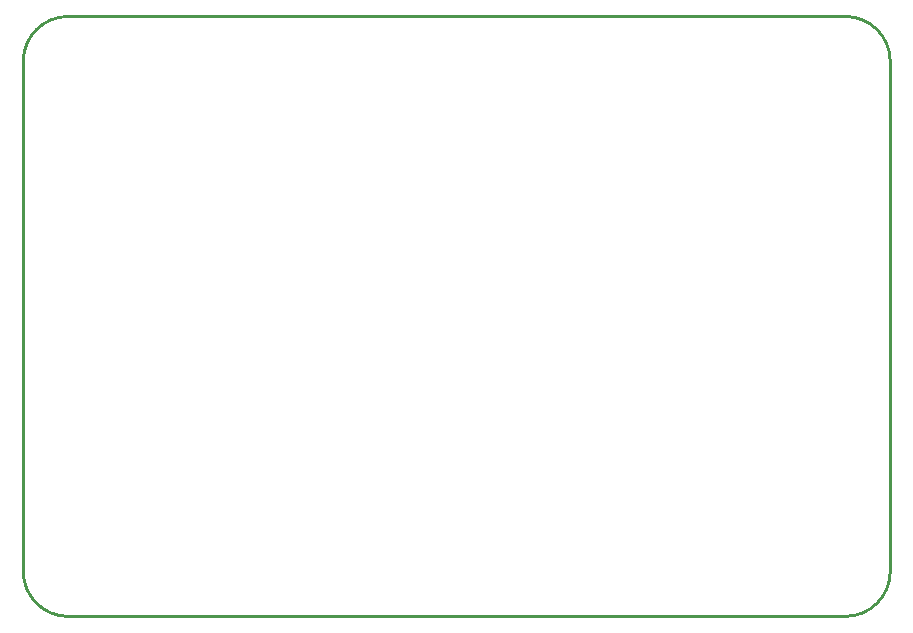
<source format=gko>
G04 Layer: BoardOutlineLayer*
G04 EasyEDA v6.5.5, 2022-06-27 22:24:16*
G04 832f08802b6e47e68c83d968e1e2cad1,305bcb4f1a4f4cdfadb131dd0c2083ea,10*
G04 Gerber Generator version 0.2*
G04 Scale: 100 percent, Rotated: No, Reflected: No *
G04 Dimensions in inches *
G04 leading zeros omitted , absolute positions ,3 integer and 6 decimal *
%FSLAX36Y36*%
%MOIN*%

%ADD10C,0.0100*%
D10*
X130000Y970000D02*
G01*
X130000Y2670000D01*
X2870000Y820000D02*
G01*
X280000Y820000D01*
X3020000Y2670000D02*
G01*
X3020000Y970000D01*
X280000Y2820000D02*
G01*
X2870000Y2820000D01*
G75*
G01*
X2870000Y2820000D02*
G02*
X3020000Y2670000I0J-150000D01*
G75*
G01*
X3020000Y970000D02*
G02*
X2870000Y820000I-150000J0D01*
G75*
G01*
X280000Y820000D02*
G02*
X130000Y970000I0J150000D01*
G75*
G01*
X130000Y2670000D02*
G02*
X280000Y2820000I150000J0D01*

%LPD*%
M02*

</source>
